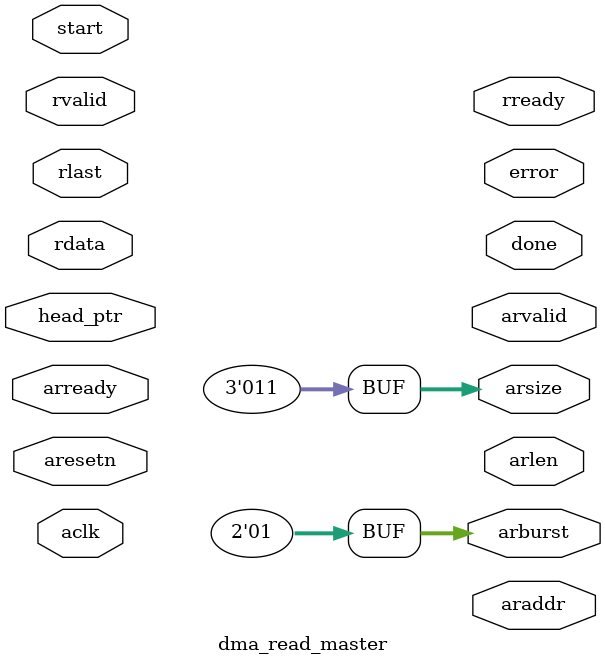
<source format=sv>

module dma_read_master (
    input  logic        aclk,
    input  logic        aresetn,

    // Control Interface
    input  logic        start,
    input  logic [63:0] head_ptr,
    output logic        done,
    output logic        error,

    // AXI4 Read Master Interface
    output logic [63:0] araddr,
    output logic [7:0]  arlen,
    output logic [2:0]  arsize,
    output logic [1:0]  arburst,
    output logic        arvalid,
    input  logic        arready,

    input  logic [63:0] rdata, // Assuming 64-bit bus
    input  logic        rlast,
    input  logic        rvalid,
    output logic        rready
);

    // State Machine Definitions
    typedef enum logic [2:0] {
        IDLE,
        FETCH_DESC,       // Read descriptor from memory
        DECODE_DESC,      // Extract Src/Dst/Len
        CALC_ALIGN,       // Handle unaligned addresses
        READ_DATA,        // Main data burst
        WAIT_COMPLETE     // Wait for write channel
    } state_t;

    state_t current_state, next_state;

    // Internal Registers for Descriptor
    logic [63:0] desc_src_addr;
    logic [63:0] desc_dst_addr;
    logic [31:0] desc_len;
    logic [63:0] desc_next_ptr;

    // FSM Sequential Logic
    always_ff @(posedge aclk or negedge aresetn) begin
        if (!aresetn)
            current_state <= IDLE;
        else
            current_state <= next_state;
    end

    // FSM Combinational Logic
    always_comb begin
        next_state = current_state;
        case (current_state)
            IDLE: begin
                if (start) next_state = FETCH_DESC;
            end

            FETCH_DESC: begin
                // Logic to issue AXI Read for Descriptor
                // TODO: Implement AR handshake
                if (rvalid && rlast) next_state = DECODE_DESC;
            end

            DECODE_DESC: begin
                if (desc_len == 0) next_state = IDLE; // End of chain
                else next_state = CALC_ALIGN;
            end

            CALC_ALIGN: begin
                // Check 4KB boundary crossing
                next_state = READ_DATA;
            end

            READ_DATA: begin
                // Loop until all bytes transferred
                if (rlast) next_state = WAIT_COMPLETE;
            end

            WAIT_COMPLETE: begin
                next_state = IDLE; // Simplified for skeleton
            end
        endcase
    end

    // Logic Stubs
    assign arburst = 2'b01; // INCR
    assign arsize  = 3'b011; // 8 bytes (64-bit)

endmodule
</source>
